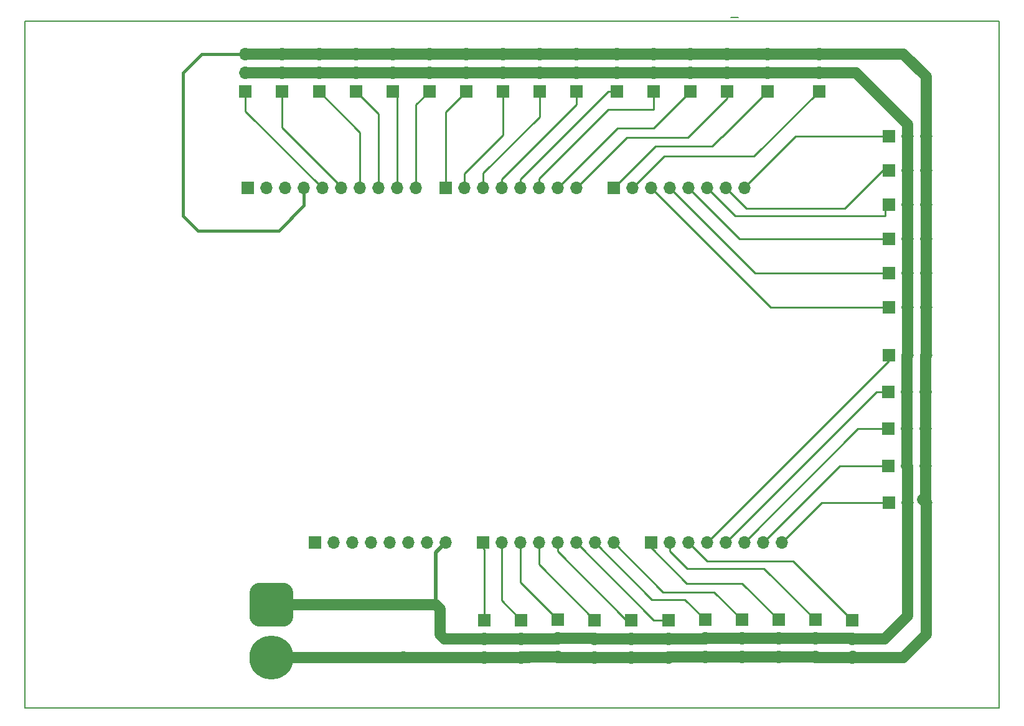
<source format=gbr>
%TF.GenerationSoftware,KiCad,Pcbnew,8.0.1*%
%TF.CreationDate,2024-04-24T22:59:36+05:30*%
%TF.ProjectId,mega_servos_1,6d656761-5f73-4657-9276-6f735f312e6b,rev?*%
%TF.SameCoordinates,PX5f5e100PY5f5e100*%
%TF.FileFunction,Copper,L1,Top*%
%TF.FilePolarity,Positive*%
%FSLAX46Y46*%
G04 Gerber Fmt 4.6, Leading zero omitted, Abs format (unit mm)*
G04 Created by KiCad (PCBNEW 8.0.1) date 2024-04-24 22:59:36*
%MOMM*%
%LPD*%
G01*
G04 APERTURE LIST*
G04 Aperture macros list*
%AMRoundRect*
0 Rectangle with rounded corners*
0 $1 Rounding radius*
0 $2 $3 $4 $5 $6 $7 $8 $9 X,Y pos of 4 corners*
0 Add a 4 corners polygon primitive as box body*
4,1,4,$2,$3,$4,$5,$6,$7,$8,$9,$2,$3,0*
0 Add four circle primitives for the rounded corners*
1,1,$1+$1,$2,$3*
1,1,$1+$1,$4,$5*
1,1,$1+$1,$6,$7*
1,1,$1+$1,$8,$9*
0 Add four rect primitives between the rounded corners*
20,1,$1+$1,$2,$3,$4,$5,0*
20,1,$1+$1,$4,$5,$6,$7,0*
20,1,$1+$1,$6,$7,$8,$9,0*
20,1,$1+$1,$8,$9,$2,$3,0*%
G04 Aperture macros list end*
%TA.AperFunction,NonConductor*%
%ADD10C,0.150000*%
%TD*%
%TA.AperFunction,ComponentPad*%
%ADD11R,1.700000X1.700000*%
%TD*%
%TA.AperFunction,ComponentPad*%
%ADD12O,1.700000X1.700000*%
%TD*%
%TA.AperFunction,ComponentPad*%
%ADD13RoundRect,1.500000X-1.500000X1.500000X-1.500000X-1.500000X1.500000X-1.500000X1.500000X1.500000X0*%
%TD*%
%TA.AperFunction,ComponentPad*%
%ADD14C,6.000000*%
%TD*%
%TA.AperFunction,Conductor*%
%ADD15C,0.250000*%
%TD*%
%TA.AperFunction,Conductor*%
%ADD16C,1.500000*%
%TD*%
%TA.AperFunction,Conductor*%
%ADD17C,0.500000*%
%TD*%
%TA.AperFunction,Conductor*%
%ADD18C,0.400000*%
%TD*%
G04 APERTURE END LIST*
D10*
X84500000Y74000000D02*
X85000000Y74000000D01*
X84500000Y74000000D01*
X84500000Y74000000D02*
X85500000Y74000000D01*
X84500000Y74000000D01*
X-11500000Y73500000D02*
X121000000Y73500000D01*
X121000000Y-20000000D01*
X-11500000Y-20000000D01*
X-11500000Y73500000D01*
D11*
%TO.P,J1,1,Pin_1*%
%TO.N,unconnected-(J1-Pin_1-Pad1)*%
X27940000Y2540000D03*
D12*
%TO.P,J1,2,Pin_2*%
%TO.N,/IOREF*%
X30480000Y2540000D03*
%TO.P,J1,3,Pin_3*%
%TO.N,/~{RESET}*%
X33020000Y2540000D03*
%TO.P,J1,4,Pin_4*%
%TO.N,unconnected-(J1-Pin_4-Pad4)*%
X35560000Y2540000D03*
%TO.P,J1,5,Pin_5*%
%TO.N,unconnected-(J1-Pin_5-Pad5)*%
X38100000Y2540000D03*
%TO.P,J1,6,Pin_6*%
%TO.N,unconnected-(J1-Pin_6-Pad6)*%
X40640000Y2540000D03*
%TO.P,J1,7,Pin_7*%
%TO.N,unconnected-(J1-Pin_7-Pad7)*%
X43180000Y2540000D03*
%TO.P,J1,8,Pin_8*%
%TO.N,/Vin*%
X45720000Y2540000D03*
%TD*%
D11*
%TO.P,J3,1,Pin_1*%
%TO.N,/A0*%
X50800000Y2540000D03*
D12*
%TO.P,J3,2,Pin_2*%
%TO.N,/A1*%
X53340000Y2540000D03*
%TO.P,J3,3,Pin_3*%
%TO.N,/A2*%
X55880000Y2540000D03*
%TO.P,J3,4,Pin_4*%
%TO.N,/A3*%
X58420000Y2540000D03*
%TO.P,J3,5,Pin_5*%
%TO.N,/A4*%
X60960000Y2540000D03*
%TO.P,J3,6,Pin_6*%
%TO.N,/A5*%
X63500000Y2540000D03*
%TO.P,J3,7,Pin_7*%
%TO.N,/A6*%
X66040000Y2540000D03*
%TO.P,J3,8,Pin_8*%
%TO.N,/A7*%
X68580000Y2540000D03*
%TD*%
D11*
%TO.P,J5,1,Pin_1*%
%TO.N,Net-(J5-Pin_1)*%
X73660000Y2540000D03*
D12*
%TO.P,J5,2,Pin_2*%
%TO.N,Net-(J5-Pin_2)*%
X76200000Y2540000D03*
%TO.P,J5,3,Pin_3*%
%TO.N,Net-(J5-Pin_3)*%
X78740000Y2540000D03*
%TO.P,J5,4,Pin_4*%
%TO.N,Net-(J5-Pin_4)*%
X81280000Y2540000D03*
%TO.P,J5,5,Pin_5*%
%TO.N,Net-(J5-Pin_5)*%
X83820000Y2540000D03*
%TO.P,J5,6,Pin_6*%
%TO.N,Net-(J5-Pin_6)*%
X86360000Y2540000D03*
%TO.P,J5,7,Pin_7*%
%TO.N,Net-(J5-Pin_7)*%
X88900000Y2540000D03*
%TO.P,J5,8,Pin_8*%
%TO.N,Net-(J5-Pin_8)*%
X91440000Y2540000D03*
%TD*%
D11*
%TO.P,J2,1,Pin_1*%
%TO.N,/SCL{slash}21*%
X18796000Y50800000D03*
D12*
%TO.P,J2,2,Pin_2*%
%TO.N,/SDA{slash}20*%
X21336000Y50800000D03*
%TO.P,J2,3,Pin_3*%
%TO.N,/AREF*%
X23876000Y50800000D03*
%TO.P,J2,4,Pin_4*%
%TO.N,Net-(J2-Pin_4)*%
X26416000Y50800000D03*
%TO.P,J2,5,Pin_5*%
%TO.N,/\u002A13*%
X28956000Y50800000D03*
%TO.P,J2,6,Pin_6*%
%TO.N,/\u002A12*%
X31496000Y50800000D03*
%TO.P,J2,7,Pin_7*%
%TO.N,/\u002A11*%
X34036000Y50800000D03*
%TO.P,J2,8,Pin_8*%
%TO.N,/\u002A10*%
X36576000Y50800000D03*
%TO.P,J2,9,Pin_9*%
%TO.N,/\u002A9*%
X39116000Y50800000D03*
%TO.P,J2,10,Pin_10*%
%TO.N,/\u002A8*%
X41656000Y50800000D03*
%TD*%
D11*
%TO.P,J4,1,Pin_1*%
%TO.N,Net-(J4-Pin_1)*%
X45720000Y50800000D03*
D12*
%TO.P,J4,2,Pin_2*%
%TO.N,Net-(J4-Pin_2)*%
X48260000Y50800000D03*
%TO.P,J4,3,Pin_3*%
%TO.N,/\u002A5*%
X50800000Y50800000D03*
%TO.P,J4,4,Pin_4*%
%TO.N,/\u002A4*%
X53340000Y50800000D03*
%TO.P,J4,5,Pin_5*%
%TO.N,Net-(J4-Pin_5)*%
X55880000Y50800000D03*
%TO.P,J4,6,Pin_6*%
%TO.N,/\u002A2*%
X58420000Y50800000D03*
%TO.P,J4,7,Pin_7*%
%TO.N,/TX0{slash}1*%
X60960000Y50800000D03*
%TO.P,J4,8,Pin_8*%
%TO.N,/RX0{slash}0*%
X63500000Y50800000D03*
%TD*%
D11*
%TO.P,J6,1,Pin_1*%
%TO.N,/TX3{slash}14*%
X68580000Y50800000D03*
D12*
%TO.P,J6,2,Pin_2*%
%TO.N,/RX3{slash}15*%
X71120000Y50800000D03*
%TO.P,J6,3,Pin_3*%
%TO.N,/TX2{slash}16*%
X73660000Y50800000D03*
%TO.P,J6,4,Pin_4*%
%TO.N,/RX2{slash}17*%
X76200000Y50800000D03*
%TO.P,J6,5,Pin_5*%
%TO.N,/TX1{slash}18*%
X78740000Y50800000D03*
%TO.P,J6,6,Pin_6*%
%TO.N,/RX1{slash}19*%
X81280000Y50800000D03*
%TO.P,J6,7,Pin_7*%
%TO.N,/SDA{slash}20*%
X83820000Y50800000D03*
%TO.P,J6,8,Pin_8*%
%TO.N,/SCL{slash}21*%
X86360000Y50800000D03*
%TD*%
D11*
%TO.P,M2,1,PWM*%
%TO.N,/\u002A12*%
X23500000Y63935000D03*
D12*
%TO.P,M2,2,+*%
%TO.N,/Vin*%
X23500000Y66475000D03*
%TO.P,M2,3,-*%
%TO.N,Net-(J2-Pin_4)*%
X23500000Y69015000D03*
%TD*%
D11*
%TO.P,M28,1,PWM*%
%TO.N,/A5*%
X76000000Y-8000000D03*
D12*
%TO.P,M28,2,+*%
%TO.N,/Vin*%
X76000000Y-10540000D03*
%TO.P,M28,3,-*%
%TO.N,Net-(J2-Pin_4)*%
X76000000Y-13080000D03*
%TD*%
D11*
%TO.P,M29,1,PWM*%
%TO.N,/A6*%
X81000000Y-7975000D03*
D12*
%TO.P,M29,2,+*%
%TO.N,/Vin*%
X81000000Y-10515000D03*
%TO.P,M29,3,-*%
%TO.N,Net-(J2-Pin_4)*%
X81000000Y-13055000D03*
%TD*%
D11*
%TO.P,M9,1,PWM*%
%TO.N,/\u002A5*%
X58500000Y63960000D03*
D12*
%TO.P,M9,2,+*%
%TO.N,/Vin*%
X58500000Y66500000D03*
%TO.P,M9,3,-*%
%TO.N,Net-(J2-Pin_4)*%
X58500000Y69040000D03*
%TD*%
D11*
%TO.P,M23,1,PWM*%
%TO.N,/A0*%
X51000000Y-8000000D03*
D12*
%TO.P,M23,2,+*%
%TO.N,/Vin*%
X51000000Y-10540000D03*
%TO.P,M23,3,-*%
%TO.N,Net-(J2-Pin_4)*%
X51000000Y-13080000D03*
%TD*%
D11*
%TO.P,M27,1,PWM*%
%TO.N,/A4*%
X71000000Y-8000000D03*
D12*
%TO.P,M27,2,+*%
%TO.N,/Vin*%
X71000000Y-10540000D03*
%TO.P,M27,3,-*%
%TO.N,Net-(J2-Pin_4)*%
X71000000Y-13080000D03*
%TD*%
D11*
%TO.P,M13,1,PWM*%
%TO.N,/TX0{slash}1*%
X79000000Y63920000D03*
D12*
%TO.P,M13,2,+*%
%TO.N,/Vin*%
X79000000Y66460000D03*
%TO.P,M13,3,-*%
%TO.N,Net-(J2-Pin_4)*%
X79000000Y69000000D03*
%TD*%
D11*
%TO.P,M3,1,PWM*%
%TO.N,/\u002A11*%
X28500000Y63920000D03*
D12*
%TO.P,M3,2,+*%
%TO.N,/Vin*%
X28500000Y66460000D03*
%TO.P,M3,3,-*%
%TO.N,Net-(J2-Pin_4)*%
X28500000Y69000000D03*
%TD*%
D13*
%TO.P,J8,1,Pin_1*%
%TO.N,/Vin*%
X22000000Y-5900000D03*
D14*
%TO.P,J8,2,Pin_2*%
%TO.N,Net-(J2-Pin_4)*%
X22000000Y-13100000D03*
%TD*%
D11*
%TO.P,M36,1,PWM*%
%TO.N,Net-(J5-Pin_6)*%
X105960000Y18000000D03*
D12*
%TO.P,M36,2,+*%
%TO.N,/Vin*%
X108500000Y18000000D03*
%TO.P,M36,3,-*%
%TO.N,Net-(J2-Pin_4)*%
X111040000Y18000000D03*
%TD*%
D11*
%TO.P,M31,1,PWM*%
%TO.N,Net-(J5-Pin_1)*%
X91000000Y-7975000D03*
D12*
%TO.P,M31,2,+*%
%TO.N,/Vin*%
X91000000Y-10515000D03*
%TO.P,M31,3,-*%
%TO.N,Net-(J2-Pin_4)*%
X91000000Y-13055000D03*
%TD*%
D11*
%TO.P,M24,1,PWM*%
%TO.N,/A1*%
X56000000Y-8000000D03*
D12*
%TO.P,M24,2,+*%
%TO.N,/Vin*%
X56000000Y-10540000D03*
%TO.P,M24,3,-*%
%TO.N,Net-(J2-Pin_4)*%
X56000000Y-13080000D03*
%TD*%
D11*
%TO.P,M17,1,PWM*%
%TO.N,/TX2{slash}16*%
X105975000Y34550000D03*
D12*
%TO.P,M17,2,+*%
%TO.N,/Vin*%
X108515000Y34550000D03*
%TO.P,M17,3,-*%
%TO.N,Net-(J2-Pin_4)*%
X111055000Y34550000D03*
%TD*%
D11*
%TO.P,M26,1,PWM*%
%TO.N,/A3*%
X66000000Y-8000000D03*
D12*
%TO.P,M26,2,+*%
%TO.N,/Vin*%
X66000000Y-10540000D03*
%TO.P,M26,3,-*%
%TO.N,Net-(J2-Pin_4)*%
X66000000Y-13080000D03*
%TD*%
D11*
%TO.P,M35,1,PWM*%
%TO.N,Net-(J5-Pin_5)*%
X105960000Y23000000D03*
D12*
%TO.P,M35,2,+*%
%TO.N,/Vin*%
X108500000Y23000000D03*
%TO.P,M35,3,-*%
%TO.N,Net-(J2-Pin_4)*%
X111040000Y23000000D03*
%TD*%
D11*
%TO.P,M8,1,PWM*%
%TO.N,Net-(J4-Pin_2)*%
X53500000Y63935000D03*
D12*
%TO.P,M8,2,+*%
%TO.N,/Vin*%
X53500000Y66475000D03*
%TO.P,M8,3,-*%
%TO.N,Net-(J2-Pin_4)*%
X53500000Y69015000D03*
%TD*%
D11*
%TO.P,M5,1,PWM*%
%TO.N,/\u002A9*%
X38500000Y63935000D03*
D12*
%TO.P,M5,2,+*%
%TO.N,/Vin*%
X38500000Y66475000D03*
%TO.P,M5,3,-*%
%TO.N,Net-(J2-Pin_4)*%
X38500000Y69015000D03*
%TD*%
D11*
%TO.P,M34,1,PWM*%
%TO.N,Net-(J5-Pin_4)*%
X105975000Y28000000D03*
D12*
%TO.P,M34,2,+*%
%TO.N,/Vin*%
X108515000Y28000000D03*
%TO.P,M34,3,-*%
%TO.N,Net-(J2-Pin_4)*%
X111055000Y28000000D03*
%TD*%
D11*
%TO.P,M6,1,PWM*%
%TO.N,/\u002A8*%
X43500000Y63960000D03*
D12*
%TO.P,M6,2,+*%
%TO.N,/Vin*%
X43500000Y66500000D03*
%TO.P,M6,3,-*%
%TO.N,Net-(J2-Pin_4)*%
X43500000Y69040000D03*
%TD*%
D11*
%TO.P,M7,1,PWM*%
%TO.N,Net-(J4-Pin_1)*%
X48500000Y63935000D03*
D12*
%TO.P,M7,2,+*%
%TO.N,/Vin*%
X48500000Y66475000D03*
%TO.P,M7,3,-*%
%TO.N,Net-(J2-Pin_4)*%
X48500000Y69015000D03*
%TD*%
D11*
%TO.P,M22,1,PWM*%
%TO.N,/SCL{slash}21*%
X105975000Y57800000D03*
D12*
%TO.P,M22,2,+*%
%TO.N,/Vin*%
X108515000Y57800000D03*
%TO.P,M22,3,-*%
%TO.N,Net-(J2-Pin_4)*%
X111055000Y57800000D03*
%TD*%
D11*
%TO.P,M32,1,PWM*%
%TO.N,Net-(J5-Pin_2)*%
X96000000Y-7975000D03*
D12*
%TO.P,M32,2,+*%
%TO.N,/Vin*%
X96000000Y-10515000D03*
%TO.P,M32,3,-*%
%TO.N,Net-(J2-Pin_4)*%
X96000000Y-13055000D03*
%TD*%
D11*
%TO.P,M30,1,PWM*%
%TO.N,/A7*%
X86000000Y-7975000D03*
D12*
%TO.P,M30,2,+*%
%TO.N,/Vin*%
X86000000Y-10515000D03*
%TO.P,M30,3,-*%
%TO.N,Net-(J2-Pin_4)*%
X86000000Y-13055000D03*
%TD*%
D11*
%TO.P,M1,1,PWM*%
%TO.N,/\u002A13*%
X18500000Y63920000D03*
D12*
%TO.P,M1,2,+*%
%TO.N,/Vin*%
X18500000Y66460000D03*
%TO.P,M1,3,-*%
%TO.N,Net-(J2-Pin_4)*%
X18500000Y69000000D03*
%TD*%
D11*
%TO.P,M12,1,PWM*%
%TO.N,/\u002A2*%
X74000000Y63960000D03*
D12*
%TO.P,M12,2,+*%
%TO.N,/Vin*%
X74000000Y66500000D03*
%TO.P,M12,3,-*%
%TO.N,Net-(J2-Pin_4)*%
X74000000Y69040000D03*
%TD*%
D11*
%TO.P,M11,1,PWM*%
%TO.N,Net-(J4-Pin_5)*%
X69000000Y63920000D03*
D12*
%TO.P,M11,2,+*%
%TO.N,/Vin*%
X69000000Y66460000D03*
%TO.P,M11,3,-*%
%TO.N,Net-(J2-Pin_4)*%
X69000000Y69000000D03*
%TD*%
D11*
%TO.P,M15,1,PWM*%
%TO.N,/TX3{slash}14*%
X89500000Y63920000D03*
D12*
%TO.P,M15,2,+*%
%TO.N,/Vin*%
X89500000Y66460000D03*
%TO.P,M15,3,-*%
%TO.N,Net-(J2-Pin_4)*%
X89500000Y69000000D03*
%TD*%
D11*
%TO.P,M25,1,PWM*%
%TO.N,/A2*%
X61000000Y-7975000D03*
D12*
%TO.P,M25,2,+*%
%TO.N,/Vin*%
X61000000Y-10515000D03*
%TO.P,M25,3,-*%
%TO.N,Net-(J2-Pin_4)*%
X61000000Y-13055000D03*
%TD*%
D11*
%TO.P,M37,1,PWM*%
%TO.N,Net-(J5-Pin_7)*%
X105960000Y13000000D03*
D12*
%TO.P,M37,2,+*%
%TO.N,/Vin*%
X108500000Y13000000D03*
%TO.P,M37,3,-*%
%TO.N,Net-(J2-Pin_4)*%
X111040000Y13000000D03*
%TD*%
D11*
%TO.P,M20,1,PWM*%
%TO.N,/RX1{slash}19*%
X105975000Y48500000D03*
D12*
%TO.P,M20,2,+*%
%TO.N,/Vin*%
X108515000Y48500000D03*
%TO.P,M20,3,-*%
%TO.N,Net-(J2-Pin_4)*%
X111055000Y48500000D03*
%TD*%
D11*
%TO.P,M10,1,PWM*%
%TO.N,/\u002A4*%
X63500000Y63960000D03*
D12*
%TO.P,M10,2,+*%
%TO.N,/Vin*%
X63500000Y66500000D03*
%TO.P,M10,3,-*%
%TO.N,Net-(J2-Pin_4)*%
X63500000Y69040000D03*
%TD*%
D11*
%TO.P,M19,1,PWM*%
%TO.N,/TX1{slash}18*%
X105975000Y43850000D03*
D12*
%TO.P,M19,2,+*%
%TO.N,/Vin*%
X108515000Y43850000D03*
%TO.P,M19,3,-*%
%TO.N,Net-(J2-Pin_4)*%
X111055000Y43850000D03*
%TD*%
D11*
%TO.P,M16,1,PWM*%
%TO.N,/RX3{slash}15*%
X96500000Y63920000D03*
D12*
%TO.P,M16,2,+*%
%TO.N,/Vin*%
X96500000Y66460000D03*
%TO.P,M16,3,-*%
%TO.N,Net-(J2-Pin_4)*%
X96500000Y69000000D03*
%TD*%
D11*
%TO.P,M33,1,PWM*%
%TO.N,Net-(J5-Pin_3)*%
X101000000Y-8000000D03*
D12*
%TO.P,M33,2,+*%
%TO.N,/Vin*%
X101000000Y-10540000D03*
%TO.P,M33,3,-*%
%TO.N,Net-(J2-Pin_4)*%
X101000000Y-13080000D03*
%TD*%
D11*
%TO.P,M21,1,PWM*%
%TO.N,/SDA{slash}20*%
X105975000Y53150000D03*
D12*
%TO.P,M21,2,+*%
%TO.N,/Vin*%
X108515000Y53150000D03*
%TO.P,M21,3,-*%
%TO.N,Net-(J2-Pin_4)*%
X111055000Y53150000D03*
%TD*%
D11*
%TO.P,Me1,1,PWM*%
%TO.N,/RX0{slash}0*%
X84000000Y63920000D03*
D12*
%TO.P,Me1,2,+*%
%TO.N,/Vin*%
X84000000Y66460000D03*
%TO.P,Me1,3,-*%
%TO.N,Net-(J2-Pin_4)*%
X84000000Y69000000D03*
%TD*%
D11*
%TO.P,M38,1,PWM*%
%TO.N,Net-(J5-Pin_8)*%
X105975000Y8000000D03*
D12*
%TO.P,M38,2,+*%
%TO.N,/Vin*%
X108515000Y8000000D03*
%TO.P,M38,3,-*%
%TO.N,Net-(J2-Pin_4)*%
X111055000Y8000000D03*
%TD*%
D11*
%TO.P,M18,1,PWM*%
%TO.N,/RX2{slash}17*%
X105975000Y39200000D03*
D12*
%TO.P,M18,2,+*%
%TO.N,/Vin*%
X108515000Y39200000D03*
%TO.P,M18,3,-*%
%TO.N,Net-(J2-Pin_4)*%
X111055000Y39200000D03*
%TD*%
D11*
%TO.P,M4,1,PWM*%
%TO.N,/\u002A10*%
X33500000Y63960000D03*
D12*
%TO.P,M4,2,+*%
%TO.N,/Vin*%
X33500000Y66500000D03*
%TO.P,M4,3,-*%
%TO.N,Net-(J2-Pin_4)*%
X33500000Y69040000D03*
%TD*%
D15*
%TO.N,/A0*%
X51000000Y1600000D02*
X51000000Y-8000000D01*
X50800000Y1800000D02*
X51000000Y1600000D01*
X50800000Y2540000D02*
X50800000Y1800000D01*
%TO.N,/A1*%
X53340000Y2540000D02*
X53340000Y-5340000D01*
X53340000Y-5340000D02*
X56000000Y-8000000D01*
%TO.N,/A2*%
X55880000Y-2855000D02*
X61000000Y-7975000D01*
X55880000Y2540000D02*
X55880000Y-2855000D01*
%TO.N,/A3*%
X58420000Y-420000D02*
X66000000Y-8000000D01*
X58420000Y2540000D02*
X58420000Y-420000D01*
%TO.N,/A4*%
X60960000Y1337919D02*
X70297919Y-8000000D01*
X70297919Y-8000000D02*
X71000000Y-8000000D01*
X60960000Y2540000D02*
X60960000Y1337919D01*
%TO.N,/A5*%
X63500000Y2540000D02*
X74040000Y-8000000D01*
X74040000Y-8000000D02*
X76000000Y-8000000D01*
%TO.N,/A6*%
X78235000Y-5210000D02*
X81000000Y-7975000D01*
X73790000Y-5210000D02*
X78235000Y-5210000D01*
X66040000Y2540000D02*
X73790000Y-5210000D01*
%TO.N,/A7*%
X75310000Y-4190000D02*
X82215000Y-4190000D01*
X82215000Y-4190000D02*
X86000000Y-7975000D01*
X68580000Y2540000D02*
X75310000Y-4190000D01*
%TO.N,Net-(J4-Pin_5)*%
X55880000Y50800000D02*
X55880000Y52002081D01*
X67797919Y63920000D02*
X69000000Y63920000D01*
X55880000Y52002081D02*
X67797919Y63920000D01*
%TO.N,Net-(J4-Pin_1)*%
X45720000Y61155000D02*
X48500000Y63935000D01*
X45720000Y50800000D02*
X45720000Y61155000D01*
%TO.N,Net-(J5-Pin_6)*%
X101820000Y18000000D02*
X105960000Y18000000D01*
X86360000Y2540000D02*
X101820000Y18000000D01*
%TO.N,/\u002A13*%
X18500000Y61256000D02*
X28956000Y50800000D01*
X18500000Y63920000D02*
X18500000Y61256000D01*
%TO.N,/\u002A12*%
X23500000Y58996000D02*
X23500000Y63935000D01*
X31496000Y51000000D02*
X23500000Y58996000D01*
X31496000Y50800000D02*
X31496000Y51000000D01*
X23500000Y59460000D02*
X23500000Y63935000D01*
%TO.N,/\u002A11*%
X34036000Y50800000D02*
X34036000Y58384000D01*
X34036000Y58384000D02*
X28500000Y63920000D01*
%TO.N,/\u002A10*%
X36576000Y50800000D02*
X36576000Y60884000D01*
X36576000Y60884000D02*
X33500000Y63960000D01*
%TO.N,/\u002A9*%
X39116000Y50800000D02*
X39116000Y63319000D01*
X39116000Y63319000D02*
X38500000Y63935000D01*
%TO.N,/\u002A8*%
X41656000Y62116000D02*
X43500000Y63960000D01*
X41656000Y50800000D02*
X41656000Y62116000D01*
%TO.N,Net-(J5-Pin_7)*%
X88900000Y2540000D02*
X99360000Y13000000D01*
X99360000Y13000000D02*
X105960000Y13000000D01*
%TO.N,/\u002A5*%
X58500000Y63960000D02*
X58500000Y60500000D01*
X50800000Y52800000D02*
X50800000Y50800000D01*
X58500000Y60500000D02*
X50800000Y52800000D01*
%TO.N,/\u002A4*%
X53340000Y52002081D02*
X63500000Y62162081D01*
X53340000Y50800000D02*
X53340000Y52002081D01*
X63500000Y62162081D02*
X63500000Y63960000D01*
%TO.N,Net-(J5-Pin_4)*%
X105975000Y27235000D02*
X105975000Y28000000D01*
X81280000Y2540000D02*
X105975000Y27235000D01*
%TO.N,/\u002A2*%
X58420000Y50800000D02*
X58420000Y52056396D01*
X67863604Y61500000D02*
X74000000Y61500000D01*
X58420000Y52056396D02*
X67863604Y61500000D01*
X74000000Y61500000D02*
X74000000Y63960000D01*
%TO.N,/TX0{slash}1*%
X69110000Y58950000D02*
X74030000Y58950000D01*
X60960000Y50800000D02*
X69110000Y58950000D01*
X74030000Y58950000D02*
X79000000Y63920000D01*
%TO.N,/RX0{slash}0*%
X84000000Y63000000D02*
X84000000Y63920000D01*
X63500000Y50800000D02*
X70350000Y57650000D01*
X70350000Y57650000D02*
X78650000Y57650000D01*
X78650000Y57650000D02*
X84000000Y63000000D01*
%TO.N,Net-(J5-Pin_5)*%
X83820000Y2540000D02*
X104280000Y23000000D01*
X104280000Y23000000D02*
X105960000Y23000000D01*
%TO.N,/TX3{slash}14*%
X74280000Y56500000D02*
X82000000Y56500000D01*
X83290000Y57710000D02*
X89500000Y63920000D01*
X83210000Y57710000D02*
X83290000Y57710000D01*
X82000000Y56500000D02*
X83210000Y57710000D01*
X68580000Y50800000D02*
X74280000Y56500000D01*
%TO.N,/RX3{slash}15*%
X75410000Y55090000D02*
X87670000Y55090000D01*
X71120000Y50800000D02*
X75410000Y55090000D01*
X87670000Y55090000D02*
X96500000Y63920000D01*
%TO.N,/TX2{slash}16*%
X73660000Y50800000D02*
X89910000Y34550000D01*
X89910000Y34550000D02*
X105975000Y34550000D01*
%TO.N,/RX2{slash}17*%
X76200000Y50800000D02*
X87800000Y39200000D01*
X87800000Y39200000D02*
X105975000Y39200000D01*
%TO.N,/TX1{slash}18*%
X78740000Y50800000D02*
X85690000Y43850000D01*
X85690000Y43850000D02*
X105975000Y43850000D01*
%TO.N,/RX1{slash}19*%
X105500000Y48025000D02*
X105975000Y48500000D01*
X81280000Y50800000D02*
X85080000Y47000000D01*
X105500000Y47000000D02*
X105500000Y48025000D01*
X85080000Y47000000D02*
X105500000Y47000000D01*
%TO.N,/SDA{slash}20*%
X105150000Y53150000D02*
X105975000Y53150000D01*
X86620000Y48000000D02*
X100000000Y48000000D01*
X83820000Y50800000D02*
X86620000Y48000000D01*
X100000000Y48000000D02*
X105150000Y53150000D01*
%TO.N,/SCL{slash}21*%
X93300000Y57800000D02*
X105975000Y57800000D01*
X86360000Y50860000D02*
X93300000Y57800000D01*
X86360000Y50800000D02*
X86360000Y50860000D01*
%TO.N,Net-(J5-Pin_8)*%
X96900000Y8000000D02*
X105975000Y8000000D01*
X91440000Y2540000D02*
X96900000Y8000000D01*
%TO.N,Net-(J5-Pin_1)*%
X86025000Y-3000000D02*
X78500000Y-3000000D01*
X91000000Y-7975000D02*
X86025000Y-3000000D01*
X73660000Y1840000D02*
X73660000Y2540000D01*
X78500000Y-3000000D02*
X73660000Y1840000D01*
%TO.N,Net-(J5-Pin_2)*%
X78537919Y-1000000D02*
X76200000Y1337919D01*
X76200000Y1337919D02*
X76200000Y2540000D01*
X89025000Y-1000000D02*
X78537919Y-1000000D01*
X96000000Y-7975000D02*
X89025000Y-1000000D01*
%TO.N,Net-(J5-Pin_3)*%
X101000000Y-8000000D02*
X93000000Y0D01*
X81280000Y0D02*
X78740000Y2540000D01*
X93000000Y0D02*
X81280000Y0D01*
D16*
%TO.N,/Vin*%
X89500000Y66460000D02*
X84000000Y66460000D01*
X81000000Y-10515000D02*
X86000000Y-10515000D01*
X43500000Y66500000D02*
X38525000Y66500000D01*
X56000000Y-10540000D02*
X60975000Y-10540000D01*
X43525000Y66475000D02*
X43500000Y66500000D01*
X45000000Y-10000000D02*
X45540000Y-10540000D01*
X84000000Y66460000D02*
X79000000Y66460000D01*
X108515000Y57800000D02*
X108515000Y59485000D01*
X71000000Y-10540000D02*
X76000000Y-10540000D01*
X108515000Y12985000D02*
X108500000Y13000000D01*
X108500000Y13000000D02*
X108500000Y18000000D01*
X108515000Y59485000D02*
X101540000Y66460000D01*
X79000000Y66460000D02*
X74040000Y66460000D01*
X66000000Y-10540000D02*
X71000000Y-10540000D01*
X31025000Y66475000D02*
X31010000Y66460000D01*
X51000000Y-10540000D02*
X56000000Y-10540000D01*
X91000000Y-10515000D02*
X96000000Y-10515000D01*
X69000000Y66460000D02*
X63540000Y66460000D01*
X23500000Y66475000D02*
X18515000Y66475000D01*
X101000000Y-10540000D02*
X105460000Y-10540000D01*
X74000000Y66500000D02*
X69040000Y66500000D01*
X58500000Y66500000D02*
X53525000Y66500000D01*
X28500000Y66460000D02*
X23515000Y66460000D01*
X38525000Y66500000D02*
X38500000Y66475000D01*
X101540000Y66460000D02*
X96500000Y66460000D01*
X63540000Y66460000D02*
X63500000Y66500000D01*
X74040000Y66460000D02*
X74000000Y66500000D01*
X22000000Y-5900000D02*
X44400000Y-5900000D01*
X108500000Y23000000D02*
X108500000Y27985000D01*
X96000000Y-10515000D02*
X100975000Y-10515000D01*
X108500000Y18000000D02*
X108500000Y23000000D01*
X44500000Y-6000000D02*
X45000000Y-6500000D01*
X108515000Y28000000D02*
X108515000Y34550000D01*
D17*
X44400000Y-5900000D02*
X44400000Y1220000D01*
D16*
X108515000Y43850000D02*
X108515000Y48500000D01*
X108500000Y27985000D02*
X108515000Y28000000D01*
X80975000Y-10540000D02*
X81000000Y-10515000D01*
X100975000Y-10515000D02*
X101000000Y-10540000D01*
X45000000Y-6500000D02*
X45000000Y-10000000D01*
X108515000Y8000000D02*
X108515000Y12985000D01*
X18515000Y66475000D02*
X18500000Y66460000D01*
X38500000Y66475000D02*
X33525000Y66475000D01*
X33525000Y66475000D02*
X31025000Y66475000D01*
X53500000Y66475000D02*
X48500000Y66475000D01*
X61000000Y-10515000D02*
X65975000Y-10515000D01*
X108515000Y39200000D02*
X108515000Y43850000D01*
X69040000Y66500000D02*
X69000000Y66460000D01*
X86000000Y-10515000D02*
X91000000Y-10515000D01*
X108515000Y53150000D02*
X108515000Y57800000D01*
X48500000Y66475000D02*
X43525000Y66475000D01*
X31010000Y66460000D02*
X28500000Y66460000D01*
X63500000Y66500000D02*
X58500000Y66500000D01*
X44400000Y-5900000D02*
X44500000Y-6000000D01*
D17*
X44400000Y1220000D02*
X45720000Y2540000D01*
D16*
X60975000Y-10540000D02*
X61000000Y-10515000D01*
X108515000Y48500000D02*
X108515000Y53150000D01*
X33525000Y66475000D02*
X33500000Y66500000D01*
X23515000Y66460000D02*
X23500000Y66475000D01*
D17*
X45000000Y-6500000D02*
X44400000Y-5900000D01*
D16*
X76000000Y-10540000D02*
X80975000Y-10540000D01*
X45540000Y-10540000D02*
X51000000Y-10540000D01*
X108515000Y34550000D02*
X108515000Y39200000D01*
X65975000Y-10515000D02*
X66000000Y-10540000D01*
X96500000Y66460000D02*
X89500000Y66460000D01*
X105460000Y-10540000D02*
X108515000Y-7485000D01*
X53525000Y66500000D02*
X53500000Y66475000D01*
X108515000Y-7485000D02*
X108515000Y8000000D01*
%TO.N,Net-(J2-Pin_4)*%
X111055000Y43850000D02*
X111055000Y39200000D01*
X111055000Y57800000D02*
X111055000Y53150000D01*
X71000000Y-13080000D02*
X66000000Y-13080000D01*
X90945000Y-13055000D02*
X86000000Y-13055000D01*
X23945000Y69015000D02*
X23960000Y69000000D01*
X79000000Y69000000D02*
X84000000Y69000000D01*
X107920000Y-13080000D02*
X101000000Y-13080000D01*
X101135000Y-12945000D02*
X101000000Y-13080000D01*
X48475000Y69040000D02*
X48500000Y69015000D01*
X111040000Y13000000D02*
X111040000Y8015000D01*
X111040000Y27960000D02*
X111040000Y23000000D01*
X61025000Y-13080000D02*
X61000000Y-13055000D01*
X66000000Y-13080000D02*
X61025000Y-13080000D01*
X111055000Y39200000D02*
X111055000Y34550000D01*
X57000000Y-13055000D02*
X56975000Y-13080000D01*
X58475000Y69015000D02*
X58500000Y69040000D01*
X38500000Y69015000D02*
X43475000Y69015000D01*
X110625000Y8430000D02*
X111055000Y8000000D01*
X33500000Y69040000D02*
X38475000Y69040000D01*
X69420000Y69000000D02*
X69460000Y69040000D01*
X38475000Y69040000D02*
X38500000Y69015000D01*
X40000000Y-13000000D02*
X39900000Y-13100000D01*
X111055000Y28000000D02*
X111000000Y28000000D01*
X23500000Y69015000D02*
X23945000Y69015000D01*
X39900000Y-13100000D02*
X22000000Y-13100000D01*
X76025000Y-13055000D02*
X76000000Y-13080000D01*
X76000000Y-13080000D02*
X71000000Y-13080000D01*
X111030000Y28025000D02*
X111055000Y28000000D01*
D18*
X23000000Y45000000D02*
X12000000Y45000000D01*
D16*
X18500000Y69000000D02*
X23485000Y69000000D01*
X91000000Y-13000000D02*
X90945000Y-13055000D01*
X69460000Y69040000D02*
X74000000Y69040000D01*
X63500000Y69040000D02*
X69460000Y69040000D01*
X111000000Y28000000D02*
X111040000Y27960000D01*
X51000000Y-13080000D02*
X40080000Y-13080000D01*
X111055000Y53150000D02*
X111055000Y48500000D01*
X28500000Y69000000D02*
X33460000Y69000000D01*
X111055000Y8000000D02*
X111055000Y-9945000D01*
X111065000Y23025000D02*
X111040000Y23000000D01*
X108000000Y69000000D02*
X96500000Y69000000D01*
X23485000Y69000000D02*
X23500000Y69015000D01*
D18*
X26416000Y50800000D02*
X26416000Y48416000D01*
D16*
X57000000Y-13055000D02*
X56025000Y-13055000D01*
X53500000Y69015000D02*
X58475000Y69015000D01*
D18*
X26416000Y48416000D02*
X23000000Y45000000D01*
D16*
X78960000Y69040000D02*
X79000000Y69000000D01*
D18*
X10000000Y66500000D02*
X12500000Y69000000D01*
D16*
X23960000Y69000000D02*
X28500000Y69000000D01*
X69000000Y69000000D02*
X69420000Y69000000D01*
D18*
X12500000Y69000000D02*
X18500000Y69000000D01*
D16*
X96000000Y-13055000D02*
X91000000Y-13055000D01*
D18*
X10000000Y47000000D02*
X10000000Y66500000D01*
D16*
X111055000Y65945000D02*
X108000000Y69000000D01*
X56975000Y-13080000D02*
X51000000Y-13080000D01*
X111055000Y-9945000D02*
X107920000Y-13080000D01*
X91000000Y-13055000D02*
X91000000Y-13000000D01*
X101000000Y-13080000D02*
X96025000Y-13080000D01*
D18*
X12000000Y45000000D02*
X10000000Y47000000D01*
D16*
X40080000Y-13080000D02*
X40000000Y-13000000D01*
X111055000Y48500000D02*
X111055000Y43850000D01*
X43475000Y69015000D02*
X43500000Y69040000D01*
X111040000Y18000000D02*
X111040000Y13000000D01*
X111055000Y57800000D02*
X111055000Y65945000D01*
X58500000Y69040000D02*
X63500000Y69040000D01*
X111040000Y8015000D02*
X111055000Y8000000D01*
X89500000Y69000000D02*
X96500000Y69000000D01*
X56025000Y-13055000D02*
X56000000Y-13080000D01*
X111040000Y23000000D02*
X111040000Y18000000D01*
X81000000Y-13055000D02*
X76025000Y-13055000D01*
X48500000Y69015000D02*
X53500000Y69015000D01*
X61000000Y-13055000D02*
X57000000Y-13055000D01*
X43500000Y69040000D02*
X48475000Y69040000D01*
X33460000Y69000000D02*
X33500000Y69040000D01*
X111055000Y34550000D02*
X111055000Y28000000D01*
X86000000Y-13055000D02*
X81000000Y-13055000D01*
X96025000Y-13080000D02*
X96000000Y-13055000D01*
X84000000Y69000000D02*
X89500000Y69000000D01*
X74000000Y69040000D02*
X78960000Y69040000D01*
D15*
%TO.N,Net-(J4-Pin_2)*%
X48260000Y50800000D02*
X48260000Y52760000D01*
X53500000Y58000000D02*
X53500000Y63935000D01*
X48260000Y52760000D02*
X53500000Y58000000D01*
%TD*%
M02*

</source>
